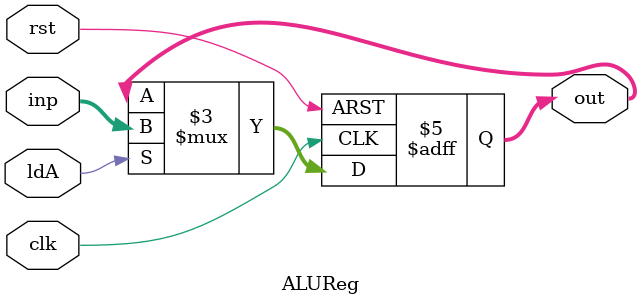
<source format=sv>
`timescale 1ns/1ns

module ALUReg(input[7:0] inp, input ldA, clk, rst, output reg[7:0] out);
    always @(posedge rst, posedge clk) begin
        if (rst)
            out <= 8'b0;
        else if (ldA)
            out <= inp;
        else
            out <= out;
    end
endmodule
</source>
